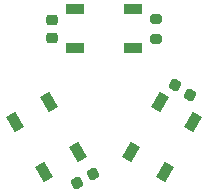
<source format=gtp>
G04 #@! TF.GenerationSoftware,KiCad,Pcbnew,7.0.8*
G04 #@! TF.CreationDate,2024-03-08T23:23:19+05:00*
G04 #@! TF.ProjectId,Ws2812 PCB,57733238-3132-4205-9043-422e6b696361,1*
G04 #@! TF.SameCoordinates,Original*
G04 #@! TF.FileFunction,Paste,Top*
G04 #@! TF.FilePolarity,Positive*
%FSLAX46Y46*%
G04 Gerber Fmt 4.6, Leading zero omitted, Abs format (unit mm)*
G04 Created by KiCad (PCBNEW 7.0.8) date 2024-03-08 23:23:19*
%MOMM*%
%LPD*%
G01*
G04 APERTURE LIST*
G04 Aperture macros list*
%AMRoundRect*
0 Rectangle with rounded corners*
0 $1 Rounding radius*
0 $2 $3 $4 $5 $6 $7 $8 $9 X,Y pos of 4 corners*
0 Add a 4 corners polygon primitive as box body*
4,1,4,$2,$3,$4,$5,$6,$7,$8,$9,$2,$3,0*
0 Add four circle primitives for the rounded corners*
1,1,$1+$1,$2,$3*
1,1,$1+$1,$4,$5*
1,1,$1+$1,$6,$7*
1,1,$1+$1,$8,$9*
0 Add four rect primitives between the rounded corners*
20,1,$1+$1,$2,$3,$4,$5,0*
20,1,$1+$1,$4,$5,$6,$7,0*
20,1,$1+$1,$6,$7,$8,$9,0*
20,1,$1+$1,$8,$9,$2,$3,0*%
%AMRotRect*
0 Rectangle, with rotation*
0 The origin of the aperture is its center*
0 $1 length*
0 $2 width*
0 $3 Rotation angle, in degrees counterclockwise*
0 Add horizontal line*
21,1,$1,$2,0,0,$3*%
G04 Aperture macros list end*
%ADD10R,1.500000X0.900000*%
%ADD11RoundRect,0.225000X-0.319856X-0.104006X0.069856X-0.329006X0.319856X0.104006X-0.069856X0.329006X0*%
%ADD12RotRect,1.500000X0.900000X240.000000*%
%ADD13RoundRect,0.200000X0.275000X-0.200000X0.275000X0.200000X-0.275000X0.200000X-0.275000X-0.200000X0*%
%ADD14RotRect,1.500000X0.900000X120.000000*%
%ADD15RoundRect,0.225000X0.250000X-0.225000X0.250000X0.225000X-0.250000X0.225000X-0.250000X-0.225000X0*%
%ADD16RoundRect,0.225000X0.069856X0.329006X-0.319856X0.104006X-0.069856X-0.329006X0.319856X-0.104006X0*%
G04 APERTURE END LIST*
D10*
G04 #@! TO.C,LED1*
X123509315Y-72350000D03*
X123509315Y-75650000D03*
X118609315Y-75650000D03*
X118609315Y-72350000D03*
G04 #@! TD*
D11*
G04 #@! TO.C,C1*
X128391170Y-79562500D03*
X127048830Y-78787500D03*
G04 #@! TD*
D12*
G04 #@! TO.C,LED3*
X128648942Y-81875000D03*
X125791058Y-80225000D03*
X123341058Y-84468524D03*
X126198942Y-86118524D03*
G04 #@! TD*
D13*
G04 #@! TO.C,R1*
X125470000Y-73175000D03*
X125470000Y-74825000D03*
G04 #@! TD*
D14*
G04 #@! TO.C,LED2*
X116012116Y-86118524D03*
X118870000Y-84468524D03*
X116420000Y-80225000D03*
X113562116Y-81875000D03*
G04 #@! TD*
D15*
G04 #@! TO.C,C3*
X116645000Y-73225000D03*
X116645000Y-74775000D03*
G04 #@! TD*
D16*
G04 #@! TO.C,C2*
X118773830Y-87037500D03*
X120116170Y-86262500D03*
G04 #@! TD*
M02*

</source>
